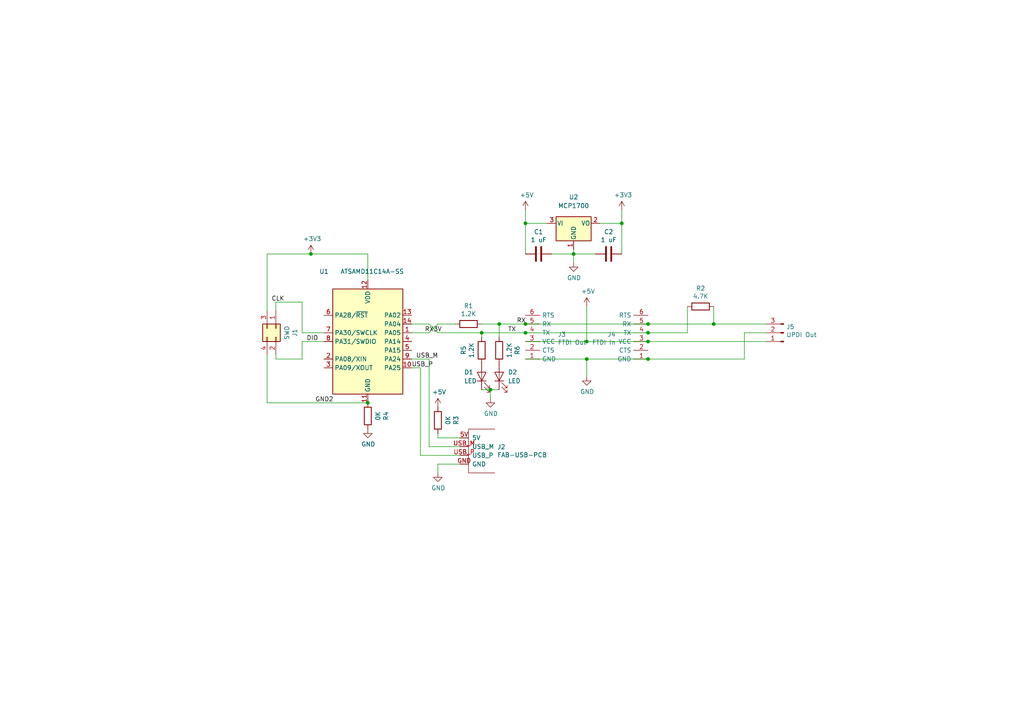
<source format=kicad_sch>
(kicad_sch (version 20211123) (generator eeschema)
  (paper "A4")
  (lib_symbols
    (symbol "Regulator_Linear:MCP1700-3302E_SOT23" (pin_names (offset 0.254))
      (property "Reference" "U" (at -3.81 3.175 0))
      (property "Value" "MCP1700-3302E_SOT23" (at 0 3.175 0))
      (symbol "MCP1700-3302E_SOT23_0_1"
        (rectangle (start -5.08 1.905) (end 5.08 -5.08) (stroke (width 0.254)) (fill (type background)))
      )
      (symbol "MCP1700-3302E_SOT23_1_1"
        (pin power_in line (at 0 -7.62 90) (length 2.54) (name "GND") (number "1"))
        (pin power_out line (at 7.62 0 180) (length 2.54) (name "VO") (number "2"))
        (pin power_in line (at -7.62 0 0) (length 2.54) (name "VI") (number "3"))
      )
    )
    (symbol "fab:ATSAMD11C14A-SS"
      (property "Reference" "U" (at -10.16 16.51 0))
      (property "Value" "fab_ATSAMD11C14A-SS" (at 1.27 16.51 0))
      (symbol "ATSAMD11C14A-SS_0_1"
        (rectangle (start -10.16 15.24) (end 10.16 -15.24) (stroke (width 0.254)) (fill (type background)))
      )
      (symbol "ATSAMD11C14A-SS_1_1"
        (pin bidirectional line (at 12.7 2.54 180) (length 2.54) (name "PA05") (number "1"))
        (pin bidirectional line (at 12.7 -7.62 180) (length 2.54) (name "PA25") (number "10"))
        (pin power_in line (at 0 -17.78 90) (length 2.54) (name "GND") (number "11"))
        (pin power_in line (at 0 17.78 270) (length 2.54) (name "VDD") (number "12"))
        (pin bidirectional line (at 12.7 7.62 180) (length 2.54) (name "PA02") (number "13"))
        (pin bidirectional line (at 12.7 5.08 180) (length 2.54) (name "PA04") (number "14"))
        (pin bidirectional line (at -12.7 -5.08 0) (length 2.54) (name "PA08/XIN") (number "2"))
        (pin bidirectional line (at -12.7 -7.62 0) (length 2.54) (name "PA09/XOUT") (number "3"))
        (pin bidirectional line (at 12.7 0 180) (length 2.54) (name "PA14") (number "4"))
        (pin bidirectional line (at 12.7 -2.54 180) (length 2.54) (name "PA15") (number "5"))
        (pin bidirectional line (at -12.7 7.62 0) (length 2.54) (name "PA28/~{RST}") (number "6"))
        (pin bidirectional line (at -12.7 2.54 0) (length 2.54) (name "PA30/SWCLK") (number "7"))
        (pin bidirectional line (at -12.7 0 0) (length 2.54) (name "PA31/SWDIO") (number "8"))
        (pin bidirectional line (at 12.7 -5.08 180) (length 2.54) (name "PA24") (number "9"))
      )
    )
    (symbol "fab:C" (pin_numbers hide) (pin_names (offset 0.254))
      (property "Reference" "C" (at 0.635 2.54 0))
      (property "Value" "fab_C" (at 0.635 -2.54 0))
      (symbol "C_0_1"
        (polyline (pts (xy -2.032 -0.762) (xy 2.032 -0.762)) (stroke (width 0.508)))
        (polyline (pts (xy -2.032 0.762) (xy 2.032 0.762)) (stroke (width 0.508)))
      )
      (symbol "C_1_1"
        (pin passive line (at 0 3.81 270) (length 2.794) (name "~") (number "1"))
        (pin passive line (at 0 -3.81 90) (length 2.794) (name "~") (number "2"))
      )
    )
    (symbol "fab:Conn_PinHeader_1x03_P2.54mm_Horizontal_SMD" (pin_names (offset 1.016) hide)
      (property "Reference" "J" (at 0 5.08 0))
      (property "Value" "fab_Conn_PinHeader_1x03_P2.54mm_Horizontal_SMD" (at 0 -5.08 0))
      (symbol "Conn_PinHeader_1x03_P2.54mm_Horizontal_SMD_1_1"
        (polyline (pts (xy 1.27 -2.54) (xy 0.8636 -2.54)) (stroke (width 0.1524)))
        (polyline (pts (xy 1.27 0) (xy 0.8636 0)) (stroke (width 0.1524)))
        (polyline (pts (xy 1.27 2.54) (xy 0.8636 2.54)) (stroke (width 0.1524)))
        (rectangle (start 0.8636 -2.413) (end 0 -2.667) (stroke (width 0.1524)) (fill (type outline)))
        (rectangle (start 0.8636 0.127) (end 0 -0.127) (stroke (width 0.1524)) (fill (type outline)))
        (rectangle (start 0.8636 2.667) (end 0 2.413) (stroke (width 0.1524)) (fill (type outline)))
        (pin passive line (at 5.08 2.54 180) (length 3.81) (name "Pin_1") (number "1"))
        (pin passive line (at 5.08 0 180) (length 3.81) (name "Pin_2") (number "2"))
        (pin passive line (at 5.08 -2.54 180) (length 3.81) (name "Pin_3") (number "3"))
      )
    )
    (symbol "fab:Conn_PinHeader_2x02_P2.54mm_Vertical_SMD" (pin_names (offset 1.016) hide)
      (property "Reference" "J" (at 1.27 2.54 0))
      (property "Value" "fab_Conn_PinHeader_2x02_P2.54mm_Vertical_SMD" (at 1.27 -5.08 0))
      (symbol "Conn_PinHeader_2x02_P2.54mm_Vertical_SMD_1_1"
        (rectangle (start -1.27 -2.413) (end 0 -2.667) (stroke (width 0.1524)))
        (rectangle (start -1.27 0.127) (end 0 -0.127) (stroke (width 0.1524)))
        (rectangle (start -1.27 1.27) (end 3.81 -3.81) (stroke (width 0.254)) (fill (type background)))
        (rectangle (start 3.81 -2.413) (end 2.54 -2.667) (stroke (width 0.1524)))
        (rectangle (start 3.81 0.127) (end 2.54 -0.127) (stroke (width 0.1524)))
        (pin passive line (at -5.08 0 0) (length 3.81) (name "Pin_1") (number "1"))
        (pin passive line (at 7.62 0 180) (length 3.81) (name "Pin_2") (number "2"))
        (pin passive line (at -5.08 -2.54 0) (length 3.81) (name "Pin_3") (number "3"))
        (pin passive line (at 7.62 -2.54 180) (length 3.81) (name "Pin_4") (number "4"))
      )
    )
    (symbol "fab:Conn_PinHeader_FTDI_1x06_P2.54mm_Horizontal_SMD" (pin_names (offset 1.016))
      (property "Reference" "J" (at 0 7.62 0))
      (property "Value" "fab_Conn_PinHeader_FTDI_1x06_P2.54mm_Horizontal_SMD" (at 0 -10.16 0))
      (symbol "Conn_PinHeader_FTDI_1x06_P2.54mm_Horizontal_SMD_1_1"
        (polyline (pts (xy 1.27 -7.62) (xy 0.8636 -7.62)) (stroke (width 0.1524)))
        (polyline (pts (xy 1.27 -5.08) (xy 0.8636 -5.08)) (stroke (width 0.1524)))
        (polyline (pts (xy 1.27 -2.54) (xy 0.8636 -2.54)) (stroke (width 0.1524)))
        (polyline (pts (xy 1.27 0) (xy 0.8636 0)) (stroke (width 0.1524)))
        (polyline (pts (xy 1.27 2.54) (xy 0.8636 2.54)) (stroke (width 0.1524)))
        (polyline (pts (xy 1.27 5.08) (xy 0.8636 5.08)) (stroke (width 0.1524)))
        (pin passive line (at 5.08 5.08 180) (length 3.81) (name "GND") (number "1"))
        (pin passive line (at 5.08 2.54 180) (length 3.81) (name "CTS") (number "2"))
        (pin passive line (at 5.08 0 180) (length 3.81) (name "VCC") (number "3"))
        (pin passive line (at 5.08 -2.54 180) (length 3.81) (name "TX") (number "4"))
        (pin passive line (at 5.08 -5.08 180) (length 3.81) (name "RX") (number "5"))
        (pin passive line (at 5.08 -7.62 180) (length 3.81) (name "RTS") (number "6"))
      )
    )
    (symbol "fab:LED" (pin_numbers hide) (pin_names (offset 1.016) hide)
      (property "Reference" "D" (at 0 2.54 0))
      (property "Value" "LED" (at 0 -2.54 0))
      (symbol "LED_0_1"
        (polyline (pts (xy -1.27 -1.27) (xy -1.27 1.27)) (stroke (width 0.2032)))
        (polyline (pts (xy -1.27 0) (xy 1.27 0)))
        (polyline (pts (xy 1.27 -1.27) (xy 1.27 1.27) (xy -1.27 0) (xy 1.27 -1.27)) (stroke (width 0.2032)))
        (polyline (pts (xy -3.048 -0.762) (xy -4.572 -2.286) (xy -3.81 -2.286) (xy -4.572 -2.286) (xy -4.572 -1.524)))
        (polyline (pts (xy -1.778 -0.762) (xy -3.302 -2.286) (xy -2.54 -2.286) (xy -3.302 -2.286) (xy -3.302 -1.524)))
      )
      (symbol "LED_1_1"
        (pin passive line (at -3.81 0 0) (length 2.54) (name "K") (number "1"))
        (pin passive line (at 3.81 0 180) (length 2.54) (name "A") (number "2"))
      )
    )
    (symbol "fab:R" (pin_numbers hide) (pin_names (offset 0))
      (property "Reference" "R" (at 2.032 0 90))
      (property "Value" "fab_R" (at 0 0 90))
      (symbol "R_0_1"
        (rectangle (start -1.016 -2.54) (end 1.016 2.54) (stroke (width 0.254)))
      )
      (symbol "R_1_1"
        (pin passive line (at 0 3.81 270) (length 1.27) (name "~") (number "1"))
        (pin passive line (at 0 -3.81 90) (length 1.27) (name "~") (number "2"))
      )
    )
    (symbol "power:+3.3V" (power) (pin_names (offset 0))
      (property "Value" "+3.3V" (at 0 3.556 0))
      (symbol "+3.3V_0_1"
        (polyline (pts (xy -0.762 1.27) (xy 0 2.54)))
        (polyline (pts (xy 0 0) (xy 0 2.54)))
        (polyline (pts (xy 0 2.54) (xy 0.762 1.27)))
      )
      (symbol "+3.3V_1_1"
        (pin power_in line (at 0 0 90) (length 0) hide (name "+3V3") (number "1"))
      )
    )
    (symbol "power:+5V" (power) (pin_names (offset 0))
      (property "Value" "+5V" (at 0 3.556 0))
      (symbol "+5V_0_1"
        (polyline (pts (xy -0.762 1.27) (xy 0 2.54)))
        (polyline (pts (xy 0 0) (xy 0 2.54)))
        (polyline (pts (xy 0 2.54) (xy 0.762 1.27)))
      )
      (symbol "+5V_1_1"
        (pin power_in line (at 0 0 90) (length 0) hide (name "+5V") (number "1"))
      )
    )
    (symbol "power:GND" (power) (pin_names (offset 0))
      (property "Value" "GND" (at 0 -3.81 0))
      (symbol "GND_0_1"
        (polyline (pts (xy 0 0) (xy 0 -1.27) (xy 1.27 -1.27) (xy 0 -2.54) (xy -1.27 -1.27) (xy 0 -1.27)))
      )
      (symbol "GND_1_1"
        (pin power_in line (at 0 0 270) (length 0) hide (name "GND") (number "1"))
      )
    )
    (symbol "wheaton:FAB-USB-PCB" (pin_names (offset 1.016))
      (property "Reference" "J?" (at 2.54 5.08 0))
      (property "Value" "wheaton_FAB-USB-PCB" (at 3.81 7.62 0))
      (symbol "FAB-USB-PCB_0_1"
        (polyline (pts (xy 10.16 3.81) (xy 2.54 3.81) (xy 2.54 -8.89) (xy 10.16 -8.89)))
      )
      (symbol "FAB-USB-PCB_1_1"
        (pin power_in line (at 0 1.27 0) (length 2.54) (name "5V") (number "5V"))
        (pin power_in line (at 0 -6.35 0) (length 2.54) (name "GND") (number "GND"))
        (pin bidirectional line (at 0 -1.27 0) (length 2.54) (name "USB_M") (number "USB_M"))
        (pin bidirectional line (at 0 -3.81 0) (length 2.54) (name "USB_P") (number "USB_P"))
      )
    )
  )
  (junction (at 152.4 96.52))
  (junction (at 187.96 93.98))
  (junction (at 144.78 93.98))
  (junction (at 180.34 64.77))
  (junction (at 170.18 99.06))
  (junction (at 187.96 96.52))
  (junction (at 170.18 104.14))
  (junction (at 207.01 93.98))
  (junction (at 166.37 73.66))
  (junction (at 152.4 64.77))
  (junction (at 139.7 96.52))
  (junction (at 187.96 99.06))
  (junction (at 90.17 73.66))
  (junction (at 187.96 104.14))
  (junction (at 106.68 116.84))
  (junction (at 152.4 93.98))
  (junction (at 142.24 113.03))
  (wire (pts (xy 187.96 104.14) (xy 170.18 104.14)))
  (wire (pts (xy 222.25 93.98) (xy 207.01 93.98)))
  (wire (pts (xy 199.39 96.52) (xy 187.96 96.52)))
  (wire (pts (xy 77.47 116.84) (xy 106.68 116.84)))
  (wire (pts (xy 187.96 104.14) (xy 215.9 104.14)))
  (wire (pts (xy 187.96 93.98) (xy 207.01 93.98)))
  (wire (pts (xy 170.18 109.22) (xy 170.18 104.14)))
  (wire (pts (xy 87.63 96.52) (xy 87.63 87.63)))
  (wire (pts (xy 170.18 88.9) (xy 170.18 99.06)))
  (wire (pts (xy 127 134.62) (xy 127 137.16)))
  (wire (pts (xy 139.7 93.98) (xy 144.78 93.98)))
  (wire (pts (xy 124.46 104.14) (xy 124.46 129.54)))
  (wire (pts (xy 187.96 99.06) (xy 170.18 99.06)))
  (wire (pts (xy 127 96.52) (xy 139.7 96.52)))
  (wire (pts (xy 139.7 96.52) (xy 139.7 97.79)))
  (wire (pts (xy 127 127) (xy 127 125.73)))
  (wire (pts (xy 144.78 93.98) (xy 152.4 93.98)))
  (wire (pts (xy 121.92 106.68) (xy 121.92 132.08)))
  (wire (pts (xy 127 134.62) (xy 133.35 134.62)))
  (wire (pts (xy 119.38 106.68) (xy 121.92 106.68)))
  (wire (pts (xy 160.02 73.66) (xy 166.37 73.66)))
  (wire (pts (xy 119.38 96.52) (xy 124.46 96.52)))
  (wire (pts (xy 87.63 99.06) (xy 87.63 104.14)))
  (wire (pts (xy 180.34 64.77) (xy 180.34 73.66)))
  (wire (pts (xy 127 93.98) (xy 132.08 93.98)))
  (wire (pts (xy 142.24 113.03) (xy 144.78 113.03)))
  (wire (pts (xy 180.34 64.77) (xy 180.34 60.96)))
  (wire (pts (xy 124.46 93.98) (xy 127 96.52)))
  (wire (pts (xy 106.68 81.28) (xy 106.68 73.66)))
  (wire (pts (xy 166.37 73.66) (xy 166.37 76.2)))
  (wire (pts (xy 139.7 113.03) (xy 142.24 113.03)))
  (wire (pts (xy 124.46 96.52) (xy 127 93.98)))
  (wire (pts (xy 106.68 73.66) (xy 90.17 73.66)))
  (wire (pts (xy 139.7 96.52) (xy 152.4 96.52)))
  (wire (pts (xy 152.4 64.77) (xy 152.4 60.96)))
  (wire (pts (xy 187.96 96.52) (xy 152.4 96.52)))
  (wire (pts (xy 121.92 132.08) (xy 133.35 132.08)))
  (wire (pts (xy 93.98 99.06) (xy 87.63 99.06)))
  (wire (pts (xy 142.24 113.03) (xy 142.24 115.57)))
  (wire (pts (xy 222.25 99.06) (xy 187.96 99.06)))
  (wire (pts (xy 77.47 73.66) (xy 77.47 90.17)))
  (wire (pts (xy 87.63 87.63) (xy 80.01 87.63)))
  (wire (pts (xy 166.37 73.66) (xy 172.72 73.66)))
  (wire (pts (xy 87.63 96.52) (xy 93.98 96.52)))
  (wire (pts (xy 158.75 64.77) (xy 152.4 64.77)))
  (wire (pts (xy 166.37 73.66) (xy 166.37 72.39)))
  (wire (pts (xy 170.18 99.06) (xy 152.4 99.06)))
  (wire (pts (xy 170.18 104.14) (xy 152.4 104.14)))
  (wire (pts (xy 152.4 64.77) (xy 152.4 73.66)))
  (wire (pts (xy 124.46 129.54) (xy 133.35 129.54)))
  (wire (pts (xy 215.9 96.52) (xy 222.25 96.52)))
  (wire (pts (xy 215.9 104.14) (xy 215.9 96.52)))
  (wire (pts (xy 127 127) (xy 133.35 127)))
  (wire (pts (xy 207.01 88.9) (xy 207.01 93.98)))
  (wire (pts (xy 119.38 104.14) (xy 124.46 104.14)))
  (wire (pts (xy 152.4 93.98) (xy 187.96 93.98)))
  (wire (pts (xy 80.01 87.63) (xy 80.01 90.17)))
  (wire (pts (xy 80.01 104.14) (xy 87.63 104.14)))
  (wire (pts (xy 77.47 73.66) (xy 90.17 73.66)))
  (wire (pts (xy 173.99 64.77) (xy 180.34 64.77)))
  (wire (pts (xy 119.38 93.98) (xy 124.46 93.98)))
  (wire (pts (xy 80.01 102.87) (xy 80.01 104.14)))
  (wire (pts (xy 144.78 93.98) (xy 144.78 97.79)))
  (wire (pts (xy 77.47 102.87) (xy 77.47 116.84)))
  (wire (pts (xy 199.39 88.9) (xy 199.39 96.52)))
  (label "USB_M" (at 120.65 104.14 0))
  (label "TX" (at 147.32 96.52 0))
  (label "RX3V" (at 123.19 96.52 0))
  (label "USB_P" (at 119.38 106.68 0))
  (label "RX" (at 149.86 93.98 0))
  (label "DIO" (at 88.9 99.06 0))
  (label "GND2" (at 91.44 116.84 0))
  (label "CLK" (at 78.74 87.63 0))
  (symbol (lib_id "fab:ATSAMD11C14A-SS") (at 106.68 99.06 0) (unit 1)
    (property "Reference" "U1" (at 93.98 78.74 0))
    (property "Value" "ATSAMD11C14A-SS" (at 107.95 78.74 0))
    (property "Footprint" "fab:SOIC-14_3.9x8.7mm_P1.27mm" (effects hide))
  )
  (symbol (lib_id "power:+3.3V") (at 90.17 73.66 0) (unit 1)
    (property "Reference" "#PWR0107" (effects hide))
    (property "Value" "+3.3V" (at 90.551 69.2658 0))
  )
  (symbol (lib_id "fab:Conn_PinHeader_FTDI_1x06_P2.54mm_Horizontal_SMD") (at 157.48 99.06 180) (unit 1)
    (property "Reference" "J3" (at 161.7726 97.0026 0) (effects (justify right)))
    (property "Value" "FTDI Out" (at 161.7726 99.314 0) (effects (justify right)))
    (property "Footprint" "fab:PinHeader_FTDI_01x06_P2.54mm_Horizontal_SMD" (effects hide))
  )
  (symbol (lib_id "fab:Conn_PinHeader_FTDI_1x06_P2.54mm_Horizontal_SMD") (at 182.88 99.06 0) (mirror x) (unit 1)
    (property "Reference" "J4" (at 178.5874 97.0026 0) (effects (justify right)))
    (property "Value" "FTDI In" (at 178.5874 99.314 0) (effects (justify right)))
    (property "Footprint" "fab:PinHeader_FTDI_01x06_P2.54mm_Horizontal_SMD" (effects hide))
  )
  (symbol (lib_id "fab:Conn_PinHeader_2x02_P2.54mm_Vertical_SMD") (at 80.01 95.25 270) (unit 1)
    (property "Reference" "J1" (at 85.5218 96.52 0))
    (property "Value" "SWD" (at 83.2104 96.52 0))
    (property "Footprint" "fab:PinHeader_2x02_P2.54mm_Vertical_SMD" (effects hide))
    (property "Datasheet" "https://cdn.amphenol-icc.com/media/wysiwyg/files/drawing/95278.pdf" (effects hide))
  )
  (symbol (lib_id "fab:R") (at 135.89 93.98 270) (unit 1)
    (property "Reference" "R1" (at 135.89 88.7222 90))
    (property "Value" "1.2K" (at 135.89 91.0336 90))
    (property "Footprint" "fab:R_1206" (effects hide))
  )
  (symbol (lib_id "fab:R") (at 203.2 88.9 90) (unit 1)
    (property "Reference" "R2" (at 203.2 83.6422 90))
    (property "Value" "4.7K" (at 203.2 85.9536 90))
    (property "Footprint" "fab:R_1206" (effects hide))
  )
  (symbol (lib_id "fab:C") (at 156.21 73.66 270) (unit 1)
    (property "Reference" "C1" (at 156.21 67.2592 90))
    (property "Value" "1 uF" (at 156.21 69.5706 90))
    (property "Footprint" "fab:C_1206" (effects hide))
  )
  (symbol (lib_id "fab:C") (at 176.53 73.66 270) (unit 1)
    (property "Reference" "C2" (at 176.53 67.2592 90))
    (property "Value" "1 uF" (at 176.53 69.5706 90))
    (property "Footprint" "fab:C_1206" (effects hide))
  )
  (symbol (lib_id "fab:Conn_PinHeader_1x03_P2.54mm_Horizontal_SMD") (at 227.33 96.52 180) (unit 1)
    (property "Reference" "J5" (at 228.0412 94.7928 0) (effects (justify right)))
    (property "Value" "UPDI Out" (at 228.0412 97.1042 0) (effects (justify right)))
    (property "Footprint" "fab:PinHeader_1x03_P2.54mm_Horizontal_SMD" (effects hide))
  )
  (symbol (lib_id "power:+5V") (at 127 118.11 0) (unit 1)
    (property "Reference" "#PWR0108" (effects hide))
    (property "Value" "+5V" (at 127.381 113.7158 0))
  )
  (symbol (lib_id "power:GND") (at 127 137.16 0) (unit 1)
    (property "Reference" "#PWR0109" (effects hide))
    (property "Value" "GND" (at 127.127 141.5542 0))
  )
  (symbol (lib_id "power:GND") (at 166.37 76.2 0) (unit 1)
    (property "Reference" "#PWR0101" (effects hide))
    (property "Value" "GND" (at 166.497 80.5942 0))
  )
  (symbol (lib_id "power:GND") (at 106.68 124.46 0) (unit 1)
    (property "Reference" "#PWR0102" (effects hide))
    (property "Value" "GND" (at 106.807 128.8542 0))
  )
  (symbol (lib_id "fab:R") (at 127 121.92 180) (unit 1)
    (property "Reference" "R3" (at 132.2578 121.92 90))
    (property "Value" "0K" (at 129.9464 121.92 90))
    (property "Footprint" "fab:R_1206" (effects hide))
  )
  (symbol (lib_id "power:+5V") (at 170.18 88.9 0) (unit 1)
    (property "Reference" "#PWR0103" (effects hide))
    (property "Value" "+5V" (at 170.561 84.5058 0))
  )
  (symbol (lib_id "power:GND") (at 170.18 109.22 0) (unit 1)
    (property "Reference" "#PWR0104" (effects hide))
    (property "Value" "GND" (at 170.307 113.6142 0))
  )
  (symbol (lib_id "power:+5V") (at 152.4 60.96 0) (unit 1)
    (property "Reference" "#PWR0105" (effects hide))
    (property "Value" "+5V" (at 152.781 56.5658 0))
  )
  (symbol (lib_id "power:+3.3V") (at 180.34 60.96 0) (unit 1)
    (property "Reference" "#PWR0106" (effects hide))
    (property "Value" "+3.3V" (at 180.721 56.5658 0))
  )
  (symbol (lib_id "fab:R") (at 106.68 120.65 180) (unit 1)
    (property "Reference" "R4" (at 111.9378 120.65 90))
    (property "Value" "0K" (at 109.6264 120.65 90))
    (property "Footprint" "fab:R_1206" (effects hide))
  )
  (symbol (lib_id "wheaton:FAB-USB-PCB") (at 133.35 128.27 0) (unit 1)
    (property "Reference" "J2" (at 144.2212 129.6416 0) (effects (justify left)))
    (property "Value" "FAB-USB-PCB" (at 144.2212 131.953 0) (effects (justify left)))
    (property "Footprint" "wheaton:FAB_USB-A-PCB" (effects hide))
  )
  (symbol (lib_id "power:GND") (at 142.24 115.57 0) (unit 1)
    (property "Reference" "#PWR0110" (effects hide))
    (property "Value" "GND" (at 142.367 119.9642 0))
  )
  (symbol (lib_id "fab:LED") (at 144.78 109.22 90) (unit 1)
    (property "Reference" "D2" (at 147.32 107.95 90) (effects (justify right)))
    (property "Value" "LED" (at 147.32 110.49 90) (effects (justify right)))
    (property "Footprint" "fab:LED_1206" (effects hide))
    (property "Datasheet" "https://optoelectronics.liteon.com/upload/download/DS-22-98-0002/LTST-C150CKT.pdf" (effects hide))
  )
  (symbol (lib_id "fab:LED") (at 139.7 109.22 90) (unit 1)
    (property "Reference" "D1" (at 134.62 107.95 90) (effects (justify right)))
    (property "Value" "LED" (at 134.62 110.49 90) (effects (justify right)))
    (property "Footprint" "fab:LED_1206" (effects hide))
    (property "Datasheet" "https://optoelectronics.liteon.com/upload/download/DS-22-98-0002/LTST-C150CKT.pdf" (effects hide))
  )
  (symbol (lib_id "fab:R") (at 144.78 101.6 180) (unit 1)
    (property "Reference" "R6" (at 150.0378 101.6 90))
    (property "Value" "1.2K" (at 147.7264 101.6 90))
    (property "Footprint" "fab:R_1206" (effects hide))
  )
  (symbol (lib_id "Regulator_Linear:MCP1700-3302E_SOT23") (at 166.37 64.77 0) (unit 1)
    (property "Reference" "U2" (at 166.37 57.15 0))
    (property "Value" "MCP1700" (at 166.37 59.69 0))
    (property "Footprint" "Package_TO_SOT_SMD:SOT-23" (effects hide))
    (property "Datasheet" "http://ww1.microchip.com/downloads/en/DeviceDoc/20001826D.pdf" (effects hide))
  )
  (symbol (lib_id "fab:R") (at 139.7 101.6 0) (unit 1)
    (property "Reference" "R5" (at 134.4422 101.6 90))
    (property "Value" "1.2K" (at 136.7536 101.6 90))
    (property "Footprint" "fab:R_1206" (effects hide))
  )
)
</source>
